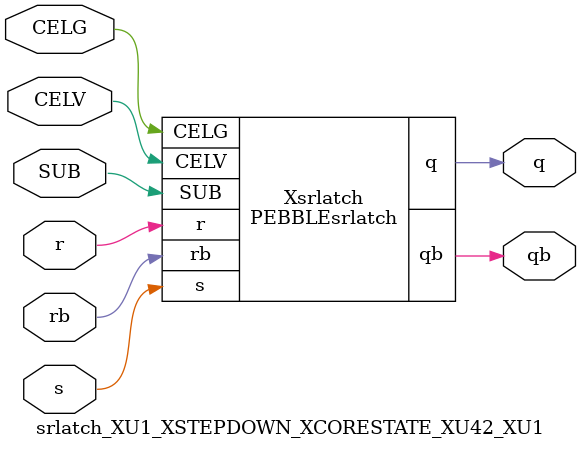
<source format=v>



module PEBBLEsrlatch ( q, qb, CELG, CELV, SUB, r, rb, s );

  input CELV;
  input s;
  output q;
  input rb;
  input r;
  input SUB;
  input CELG;
  output qb;
endmodule

//Celera Confidential Do Not Copy srlatch_XU1_XSTEPDOWN_XCORESTATE_XU42_XU1
//Celera Confidential Symbol Generator
//SR Latch
module srlatch_XU1_XSTEPDOWN_XCORESTATE_XU42_XU1 (CELV,CELG,s,r,rb,q,qb,SUB);
input CELV;
input CELG;
input s;
input r;
input rb;
input SUB;
output q;
output qb;

//Celera Confidential Do Not Copy srlatch
PEBBLEsrlatch Xsrlatch(
.CELV (CELV),
.r (r),
.s (s),
.q (q),
.qb (qb),
.rb (rb),
.SUB (SUB),
.CELG (CELG)
);
//,diesize,PEBBLEsrlatch

//Celera Confidential Do Not Copy Module End
//Celera Schematic Generator
endmodule

</source>
